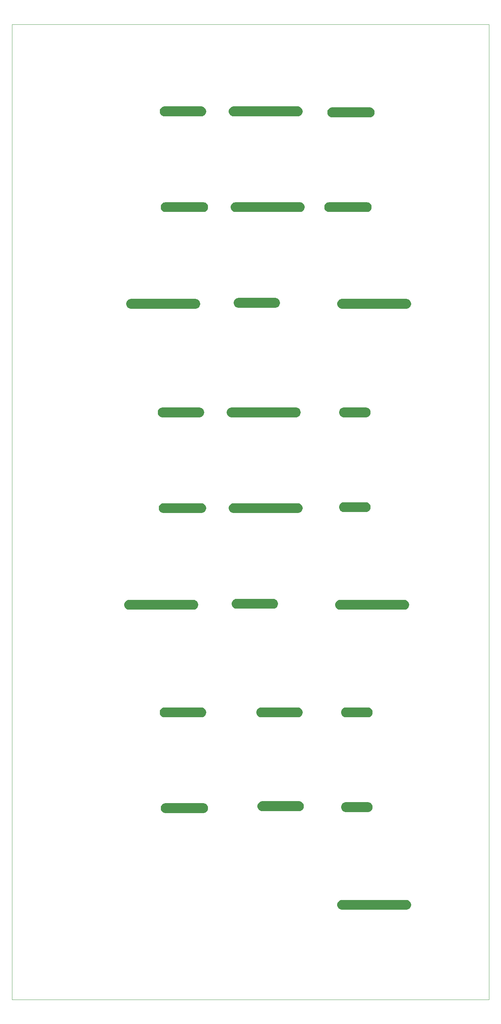
<source format=gbr>
%FSTAX23Y23*%
%MOIN*%
%SFA1B1*%

%IPPOS*%
%ADD63C,0.001000*%
%LNmain_profile-1*%
%LPD*%
G36*
X03436Y02124D02*
Y02119D01*
X03438Y0211*
X03442Y02101*
X03447Y02093*
X03454Y02086*
X03462Y02081*
X03471Y02077*
X03481Y02075*
X03486*
X0385*
X03855*
X03864Y02077*
X03873Y02081*
X03881Y02086*
X03888Y02093*
X03893Y02101*
X03897Y0211*
X03899Y02119*
Y02124*
Y02129*
X03897Y02139*
X03893Y02148*
X03888Y02156*
X03881Y02163*
X03873Y02168*
X03864Y02172*
X03855Y02174*
X0385*
X03486*
X03481*
X03471Y02172*
X03462Y02168*
X03454Y02163*
X03447Y02156*
X03442Y02148*
X03438Y02139*
X03436Y02129*
Y02124*
G37*
G36*
X03474Y03011D02*
X03838D01*
X03843*
X03852Y03013*
X03861Y03017*
X03869Y03022*
X03876Y03029*
X03882Y03037*
X03885Y03046*
X03887Y03056*
Y03061*
Y03065*
X03885Y03075*
X03882Y03084*
X03876Y03092*
X03869Y03099*
X03861Y03104*
X03852Y03108*
X03843Y0311*
X03838*
X03474*
X03469*
X0346Y03108*
X03451Y03104*
X03443Y03099*
X03436Y03092*
X0343Y03084*
X03427Y03075*
X03425Y03065*
Y03061*
Y03056*
X03427Y03046*
X0343Y03037*
X03436Y03029*
X03443Y03022*
X03451Y03017*
X0346Y03013*
X03469Y03011*
X03474*
G37*
G36*
X02509D02*
X02504D01*
X02495Y03013*
X02486Y03017*
X02478Y03022*
X02471Y03029*
X02466Y03037*
X02462Y03046*
X0246Y03056*
Y03061*
Y03065*
X02462Y03075*
X02466Y03084*
X02471Y03092*
X02478Y03099*
X02486Y03104*
X02495Y03108*
X02504Y0311*
X02509*
X02874*
X02878*
X02888Y03108*
X02897Y03104*
X02905Y03099*
X02912Y03092*
X02917Y03084*
X02921Y03075*
X02923Y03065*
Y03061*
Y03056*
X02921Y03046*
X02917Y03037*
X02912Y03029*
X02905Y03022*
X02897Y03017*
X02888Y03013*
X02878Y03011*
X02874*
X02509*
G37*
G36*
X02519Y02057D02*
X02514D01*
X02505Y02058*
X02496Y02062*
X02488Y02068*
X02481Y02074*
X02476Y02082*
X02472Y02091*
X0247Y02101*
Y02106*
Y02111*
X02472Y0212*
X02476Y02129*
X02481Y02137*
X02488Y02144*
X02496Y02149*
X02505Y02153*
X02514Y02155*
X02519*
X02893*
X02898*
X02908Y02153*
X02917Y02149*
X02925Y02144*
X02931Y02137*
X02937Y02129*
X02941Y0212*
X02942Y02111*
Y02106*
Y02101*
X02941Y02091*
X02937Y02082*
X02931Y02074*
X02925Y02068*
X02917Y02062*
X02908Y02058*
X02898Y02057*
X02893*
X02519*
G37*
G36*
X04281Y01092D02*
X04921D01*
X04926*
X04935Y01094*
X04944Y01098*
X04952Y01103*
X04959Y0111*
X04964Y01118*
X04968Y01127*
X0497Y01136*
Y01141*
Y01146*
X04968Y01156*
X04964Y01165*
X04959Y01173*
X04952Y01179*
X04944Y01185*
X04935Y01189*
X04926Y0119*
X04921*
X04281*
X04276*
X04267Y01189*
X04258Y01185*
X0425Y01179*
X04243Y01173*
X04237Y01165*
X04234Y01156*
X04232Y01146*
Y01141*
Y01136*
X04234Y01127*
X04237Y01118*
X04243Y0111*
X0425Y01103*
X04258Y01098*
X04267Y01094*
X04276Y01092*
X04281*
G37*
G36*
X0432Y02066D02*
X04316D01*
X04306Y02068*
X04297Y02072*
X04289Y02077*
X04282Y02084*
X04277Y02092*
X04273Y02101*
X04271Y02111*
Y02116*
Y0212*
X04273Y0213*
X04277Y02139*
X04282Y02147*
X04289Y02154*
X04297Y02159*
X04306Y02163*
X04316Y02165*
X0432*
X04537*
X04542*
X04551Y02163*
X0456Y02159*
X04568Y02154*
X04575Y02147*
X04581Y02139*
X04584Y0213*
X04586Y0212*
Y02116*
Y02111*
X04584Y02101*
X04581Y02092*
X04575Y02084*
X04568Y02077*
X0456Y02072*
X04551Y02068*
X04542Y02066*
X04537*
X0432*
G37*
G36*
Y03011D02*
X04537D01*
X04542*
X04551Y03013*
X0456Y03017*
X04568Y03022*
X04575Y03029*
X04581Y03037*
X04584Y03046*
X04586Y03056*
Y03061*
Y03065*
X04584Y03075*
X04581Y03084*
X04575Y03092*
X04568Y03099*
X0456Y03104*
X04551Y03108*
X04542Y0311*
X04537*
X0432*
X04316*
X04306Y03108*
X04297Y03104*
X04289Y03099*
X04282Y03092*
X04277Y03084*
X04273Y03075*
X04271Y03065*
Y03061*
Y03056*
X04273Y03046*
X04277Y03037*
X04282Y03029*
X04289Y03022*
X04297Y03017*
X04306Y03013*
X04316Y03011*
X0432*
G37*
G36*
X04301Y06003D02*
X04517D01*
X04522*
X04532Y06005*
X04541Y06009*
X04549Y06014*
X04555Y06021*
X04561Y06029*
X04565Y06038*
X04566Y06048*
Y06053*
Y06057*
X04565Y06067*
X04561Y06076*
X04555Y06084*
X04549Y06091*
X04541Y06096*
X04532Y061*
X04522Y06102*
X04517*
X04301*
X04296*
X04286Y061*
X04277Y06096*
X04269Y06091*
X04262Y06084*
X04257Y06076*
X04253Y06067*
X04251Y06057*
Y06053*
Y06048*
X04253Y06038*
X04257Y06029*
X04262Y06021*
X04269Y06014*
X04277Y06009*
X04286Y06005*
X04296Y06003*
X04301*
G37*
G36*
Y05059D02*
X04296D01*
X04286Y0506*
X04277Y05064*
X04269Y0507*
X04262Y05076*
X04257Y05084*
X04253Y05093*
X04251Y05103*
Y05108*
Y05113*
X04253Y05122*
X04257Y05131*
X04262Y05139*
X04269Y05146*
X04277Y05151*
X04286Y05155*
X04296Y05157*
X04301*
X04517*
X04522*
X04532Y05155*
X04541Y05151*
X04549Y05146*
X04555Y05139*
X04561Y05131*
X04565Y05122*
X04566Y05113*
Y05108*
Y05103*
X04565Y05093*
X04561Y05084*
X04555Y05076*
X04549Y0507*
X04541Y05064*
X04532Y0506*
X04522Y05059*
X04517*
X04301*
G37*
G36*
X03179Y06003D02*
X03818D01*
X03823*
X03833Y06005*
X03842Y06009*
X0385Y06014*
X03857Y06021*
X03862Y06029*
X03866Y06038*
X03868Y06048*
Y06053*
Y06057*
X03866Y06067*
X03862Y06076*
X03857Y06084*
X0385Y06091*
X03842Y06096*
X03833Y061*
X03823Y06102*
X03818*
X03179*
X03174*
X03164Y061*
X03155Y06096*
X03147Y06091*
X0314Y06084*
X03135Y06076*
X03131Y06067*
X03129Y06057*
Y06053*
Y06048*
X03131Y06038*
X03135Y06029*
X0314Y06021*
X03147Y06014*
X03155Y06009*
X03164Y06005*
X03174Y06003*
X03179*
G37*
G36*
X03198Y05049D02*
X03838D01*
X03843*
X03852Y05051*
X03861Y05054*
X03869Y0506*
X03876Y05067*
X03882Y05075*
X03885Y05084*
X03887Y05093*
Y05098*
Y05103*
X03885Y05112*
X03882Y05121*
X03876Y05129*
X03869Y05136*
X03861Y05142*
X03852Y05145*
X03843Y05147*
X03838*
X03198*
X03193*
X03184Y05145*
X03175Y05142*
X03167Y05136*
X0316Y05129*
X03155Y05121*
X03151Y05112*
X03149Y05103*
Y05098*
Y05093*
X03151Y05084*
X03155Y05075*
X0316Y05067*
X03167Y0506*
X03175Y05054*
X03184Y05051*
X03193Y05049*
X03198*
G37*
G36*
X02155Y04084D02*
X02795D01*
X028*
X02809Y04086*
X02818Y0409*
X02826Y04095*
X02833Y04102*
X02838Y0411*
X02842Y04119*
X02844Y04129*
Y04133*
Y04138*
X02842Y04148*
X02838Y04157*
X02833Y04165*
X02826Y04172*
X02818Y04177*
X02809Y04181*
X028Y04183*
X02795*
X02155*
X0215*
X02141Y04181*
X02132Y04177*
X02124Y04172*
X02117Y04165*
X02111Y04157*
X02108Y04148*
X02106Y04138*
Y04133*
Y04129*
X02108Y04119*
X02111Y0411*
X02117Y04102*
X02124Y04095*
X02132Y0409*
X02141Y04086*
X0215Y04084*
X02155*
G37*
G36*
X03228Y04094D02*
X03223D01*
X03213Y04096*
X03205Y041*
X03196Y04105*
X0319Y04112*
X03184Y0412*
X03181Y04129*
X03179Y04138*
Y04143*
Y04148*
X03181Y04158*
X03184Y04167*
X0319Y04175*
X03196Y04181*
X03205Y04187*
X03213Y04191*
X03223Y04192*
X03228*
X03592*
X03597*
X03606Y04191*
X03615Y04187*
X03623Y04181*
X0363Y04175*
X03636Y04167*
X03639Y04158*
X03641Y04148*
Y04143*
Y04138*
X03639Y04129*
X03636Y0412*
X0363Y04112*
X03623Y04105*
X03615Y041*
X03606Y04096*
X03597Y04094*
X03592*
X03228*
G37*
G36*
X04261Y04084D02*
X04901D01*
X04906*
X04915Y04086*
X04924Y0409*
X04932Y04095*
X04939Y04102*
X04945Y0411*
X04948Y04119*
X0495Y04129*
Y04133*
Y04138*
X04948Y04148*
X04945Y04157*
X04939Y04165*
X04932Y04172*
X04924Y04177*
X04915Y04181*
X04906Y04183*
X04901*
X04261*
X04256*
X04247Y04181*
X04238Y04177*
X0423Y04172*
X04223Y04165*
X04218Y04157*
X04214Y04148*
X04212Y04138*
Y04133*
Y04129*
X04214Y04119*
X04218Y0411*
X04223Y04102*
X0423Y04095*
X04238Y0409*
X04247Y04086*
X04256Y04084*
X04261*
G37*
G36*
X025Y05049D02*
X02495D01*
X02485Y05051*
X02476Y05054*
X02468Y0506*
X02461Y05067*
X02456Y05075*
X02452Y05084*
X0245Y05093*
Y05098*
Y05103*
X02452Y05112*
X02456Y05121*
X02461Y05129*
X02468Y05136*
X02476Y05142*
X02485Y05145*
X02495Y05147*
X025*
X02874*
X02878*
X02888Y05145*
X02897Y05142*
X02905Y05136*
X02912Y05129*
X02917Y05121*
X02921Y05112*
X02923Y05103*
Y05098*
Y05093*
X02921Y05084*
X02917Y05075*
X02912Y05067*
X02905Y0506*
X02897Y05054*
X02888Y05051*
X02878Y05049*
X02874*
X025*
G37*
G36*
X0249Y06003D02*
X02485D01*
X02475Y06005*
X02466Y06009*
X02458Y06014*
X02451Y06021*
X02446Y06029*
X02442Y06038*
X0244Y06048*
Y06053*
Y06057*
X02442Y06067*
X02446Y06076*
X02451Y06084*
X02458Y06091*
X02466Y06096*
X02475Y061*
X02485Y06102*
X0249*
X02854*
X02859*
X02868Y061*
X02877Y06096*
X02885Y06091*
X02892Y06084*
X02897Y06076*
X02901Y06067*
X02903Y06057*
Y06053*
Y06048*
X02901Y06038*
X02897Y06029*
X02892Y06021*
X02885Y06014*
X02877Y06009*
X02868Y06005*
X02859Y06003*
X02854*
X0249*
G37*
G36*
X04153Y08051D02*
X04148D01*
X04139Y08053*
X0413Y08056*
X04122Y08062*
X04115Y08069*
X04109Y08077*
X04106Y08086*
X04104Y08095*
Y081*
Y08105*
X04106Y08114*
X04109Y08123*
X04115Y08131*
X04122Y08138*
X0413Y08144*
X04139Y08147*
X04148Y08149*
X04153*
X04527*
X04532*
X04541Y08147*
X0455Y08144*
X04558Y08138*
X04565Y08131*
X04571Y08123*
X04574Y08114*
X04576Y08105*
Y081*
Y08095*
X04574Y08086*
X04571Y08077*
X04565Y08069*
X04558Y08062*
X0455Y08056*
X04541Y08053*
X04532Y08051*
X04527*
X04153*
G37*
G36*
X04183Y08996D02*
X04178D01*
X04168Y08997*
X04159Y09001*
X04151Y09007*
X04144Y09013*
X04139Y09021*
X04135Y0903*
X04133Y0904*
Y09045*
Y0905*
X04135Y09059*
X04139Y09068*
X04144Y09076*
X04151Y09083*
X04159Y09088*
X04168Y09092*
X04178Y09094*
X04183*
X04557*
X04561*
X04571Y09092*
X0458Y09088*
X04588Y09083*
X04595Y09076*
X046Y09068*
X04604Y09059*
X04606Y0905*
Y09045*
Y0904*
X04604Y0903*
X046Y09021*
X04595Y09013*
X04588Y09007*
X0458Y09001*
X04571Y08997*
X04561Y08996*
X04557*
X04183*
G37*
G36*
X02509Y09005D02*
X02504D01*
X02495Y09007*
X02486Y09011*
X02478Y09016*
X02471Y09023*
X02466Y09031*
X02462Y0904*
X0246Y0905*
Y09055*
Y09059*
X02462Y09069*
X02466Y09078*
X02471Y09086*
X02478Y09093*
X02486Y09098*
X02495Y09102*
X02504Y09104*
X02509*
X02874*
X02878*
X02888Y09102*
X02897Y09098*
X02905Y09093*
X02912Y09086*
X02917Y09078*
X02921Y09069*
X02923Y09059*
Y09055*
Y0905*
X02921Y0904*
X02917Y09031*
X02912Y09023*
X02905Y09016*
X02897Y09011*
X02888Y09007*
X02878Y09005*
X02874*
X02509*
G37*
G36*
X02519Y08051D02*
X02514D01*
X02505Y08053*
X02496Y08056*
X02488Y08062*
X02481Y08069*
X02476Y08077*
X02472Y08086*
X0247Y08095*
Y081*
Y08105*
X02472Y08114*
X02476Y08123*
X02481Y08131*
X02488Y08138*
X02496Y08144*
X02505Y08147*
X02514Y08149*
X02519*
X02893*
X02898*
X02908Y08147*
X02917Y08144*
X02925Y08138*
X02931Y08131*
X02937Y08123*
X02941Y08114*
X02942Y08105*
Y081*
Y08095*
X02941Y08086*
X02937Y08077*
X02931Y08069*
X02925Y08062*
X02917Y08056*
X02908Y08053*
X02898Y08051*
X02893*
X02519*
G37*
G36*
X04281Y07086D02*
X04921D01*
X04926*
X04935Y07088*
X04944Y07092*
X04952Y07097*
X04959Y07104*
X04964Y07112*
X04968Y07121*
X0497Y0713*
Y07135*
Y0714*
X04968Y0715*
X04964Y07159*
X04959Y07167*
X04952Y07174*
X04944Y07179*
X04935Y07183*
X04926Y07185*
X04921*
X04281*
X04276*
X04267Y07183*
X04258Y07179*
X0425Y07174*
X04243Y07167*
X04237Y07159*
X04234Y0715*
X04232Y0714*
Y07135*
Y0713*
X04234Y07121*
X04237Y07112*
X04243Y07104*
X0425Y07097*
X04258Y07092*
X04267Y07088*
X04276Y07086*
X04281*
G37*
G36*
X03248Y07096D02*
X03243D01*
X03233Y07098*
X03224Y07102*
X03216Y07107*
X03209Y07114*
X03204Y07122*
X032Y07131*
X03198Y0714*
Y07145*
Y0715*
X032Y0716*
X03204Y07168*
X03209Y07177*
X03216Y07183*
X03224Y07189*
X03233Y07192*
X03243Y07194*
X03248*
X03612*
X03617*
X03626Y07192*
X03635Y07189*
X03643Y07183*
X0365Y07177*
X03655Y07168*
X03659Y0716*
X03661Y0715*
Y07145*
Y0714*
X03659Y07131*
X03655Y07122*
X0365Y07114*
X03643Y07107*
X03635Y07102*
X03626Y07098*
X03617Y07096*
X03612*
X03248*
G37*
G36*
X02175Y07086D02*
X02814D01*
X02819*
X02829Y07088*
X02838Y07092*
X02846Y07097*
X02853Y07104*
X02858Y07112*
X02862Y07121*
X02864Y0713*
Y07135*
Y0714*
X02862Y0715*
X02858Y07159*
X02853Y07167*
X02846Y07174*
X02838Y07179*
X02829Y07183*
X02819Y07185*
X02814*
X02175*
X0217*
X0216Y07183*
X02151Y07179*
X02143Y07174*
X02136Y07167*
X02131Y07159*
X02127Y0715*
X02125Y0714*
Y07135*
Y0713*
X02127Y07121*
X02131Y07112*
X02136Y07104*
X02143Y07097*
X02151Y07092*
X0216Y07088*
X0217Y07086*
X02175*
G37*
G36*
X03218Y08051D02*
X03858D01*
X03863*
X03872Y08053*
X03881Y08056*
X03889Y08062*
X03896Y08069*
X03901Y08077*
X03905Y08086*
X03907Y08095*
Y081*
Y08105*
X03905Y08114*
X03901Y08123*
X03896Y08131*
X03889Y08138*
X03881Y08144*
X03872Y08147*
X03863Y08149*
X03858*
X03218*
X03213*
X03204Y08147*
X03195Y08144*
X03187Y08138*
X0318Y08131*
X03174Y08123*
X03171Y08114*
X03169Y08105*
Y081*
Y08095*
X03171Y08086*
X03174Y08077*
X0318Y08069*
X03187Y08062*
X03195Y08056*
X03204Y08053*
X03213Y08051*
X03218*
G37*
G36*
X03198Y09005D02*
X03838D01*
X03843*
X03852Y09007*
X03861Y09011*
X03869Y09016*
X03876Y09023*
X03882Y09031*
X03885Y0904*
X03887Y0905*
Y09055*
Y09059*
X03885Y09069*
X03882Y09078*
X03876Y09086*
X03869Y09093*
X03861Y09098*
X03852Y09102*
X03843Y09104*
X03838*
X03198*
X03193*
X03184Y09102*
X03175Y09098*
X03167Y09093*
X0316Y09086*
X03155Y09078*
X03151Y09069*
X03149Y09059*
Y09055*
Y0905*
X03151Y0904*
X03155Y09031*
X0316Y09023*
X03167Y09016*
X03175Y09011*
X03184Y09007*
X03193Y09005*
X03198*
G37*
G54D63*
X00984Y00196D02*
X05748D01*
Y09921*
X00984*
Y00196*
M02*
</source>
